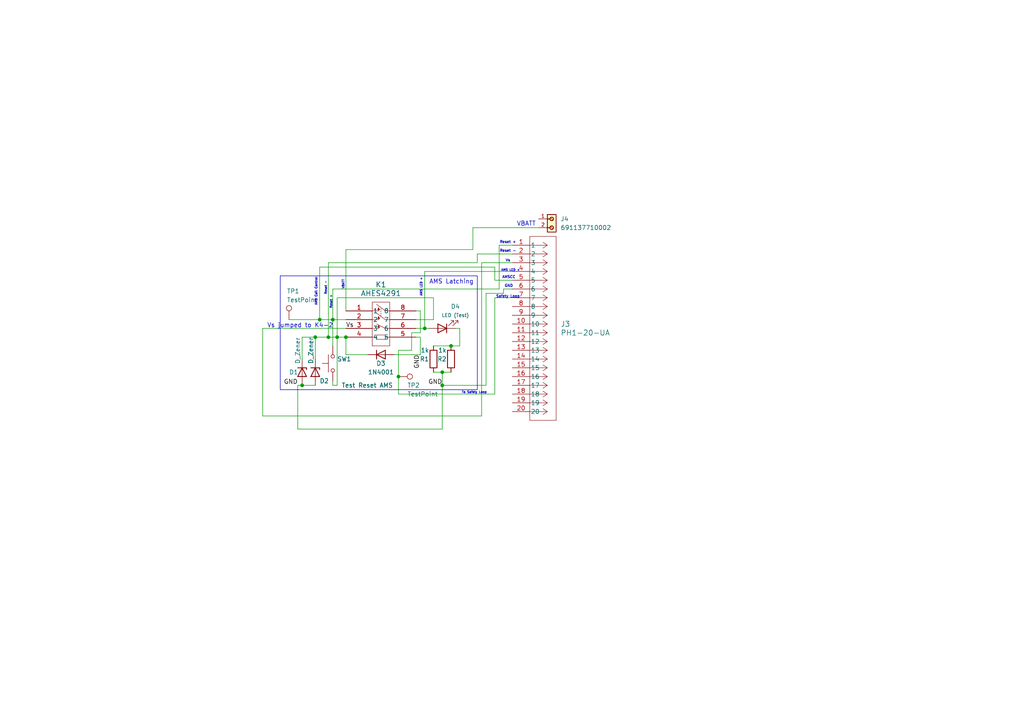
<source format=kicad_sch>
(kicad_sch (version 20231120) (generator "eeschema") (generator_version "8.0")
  (paper "A4")
  (lib_symbols
    (symbol "691137710002:691137710002" (pin_names (offset 1.016))
      (property "Reference" "J" (at -4.88 -0.922 0))
      (symbol "691137710002_0_0"
        (rectangle (start -3.81 -2.54) (end 1.27 0) (stroke (width 0.254)) (fill (type background)))
        (circle (center -2.54 -1.27) (radius 0.508) (stroke (width 0.254)))
        (circle (center 0 -1.27) (radius 0.508) (stroke (width 0.254)))
        (polyline (pts (xy -2.54 -1.778) (xy -2.54 -2.54)) (stroke (width 0.254)))
        (polyline (pts (xy -2.286 -1.016) (xy -2.794 -1.524)) (stroke (width 0.1524)))
        (polyline (pts (xy 0 -1.778) (xy 0 -2.54)) (stroke (width 0.254)))
        (polyline (pts (xy 0.254 -1.016) (xy -0.254 -1.524)) (stroke (width 0.1524)))
        (pin passive line (at -2.54 -5.08 90) (length 2.54) (name "~") (number "1"))
        (pin passive line (at 0 -5.08 90) (length 2.54) (name "~") (number "2"))
      )
    )
    (symbol "Connector:TestPoint" (pin_numbers hide) (pin_names (offset 0.762) hide)
      (property "Reference" "TP" (at 0 6.858 0))
      (property "Value" "TestPoint" (at 0 5.08 0))
      (symbol "TestPoint_0_1"
        (circle (center 0 3.302) (radius 0.762))
      )
      (symbol "TestPoint_1_1"
        (pin passive line (at 0 0 90) (length 2.54) (name "1") (number "1"))
      )
    )
    (symbol "Device:D_Zener" (pin_numbers hide) (pin_names (offset 1.016) hide)
      (property "Reference" "D" (at 0 2.54 0))
      (property "Value" "D_Zener" (at 0 -2.54 0))
      (symbol "D_Zener_0_1"
        (polyline (pts (xy 1.27 0) (xy -1.27 0)))
        (polyline (pts (xy -1.27 -1.27) (xy -1.27 1.27) (xy -0.762 1.27)) (stroke (width 0.254)))
        (polyline (pts (xy 1.27 -1.27) (xy 1.27 1.27) (xy -1.27 0) (xy 1.27 -1.27)) (stroke (width 0.254)))
      )
      (symbol "D_Zener_1_1"
        (pin passive line (at -3.81 0 0) (length 2.54) (name "K") (number "1"))
        (pin passive line (at 3.81 0 180) (length 2.54) (name "A") (number "2"))
      )
    )
    (symbol "Device:LED" (pin_numbers hide) (pin_names (offset 1.016) hide)
      (property "Reference" "D" (at 0 2.54 0))
      (property "Value" "LED" (at 0 -2.54 0))
      (symbol "LED_0_1"
        (polyline (pts (xy -1.27 -1.27) (xy -1.27 1.27)) (stroke (width 0.254)))
        (polyline (pts (xy -1.27 0) (xy 1.27 0)))
        (polyline (pts (xy 1.27 -1.27) (xy 1.27 1.27) (xy -1.27 0) (xy 1.27 -1.27)) (stroke (width 0.254)))
        (polyline (pts (xy -3.048 -0.762) (xy -4.572 -2.286) (xy -3.81 -2.286) (xy -4.572 -2.286) (xy -4.572 -1.524)))
        (polyline (pts (xy -1.778 -0.762) (xy -3.302 -2.286) (xy -2.54 -2.286) (xy -3.302 -2.286) (xy -3.302 -1.524)))
      )
      (symbol "LED_1_1"
        (pin passive line (at -3.81 0 0) (length 2.54) (name "K") (number "1"))
        (pin passive line (at 3.81 0 180) (length 2.54) (name "A") (number "2"))
      )
    )
    (symbol "Device:R" (pin_numbers hide) (pin_names (offset 0))
      (property "Reference" "R" (at 2.032 0 90))
      (property "Value" "R" (at 0 0 90))
      (symbol "R_0_1"
        (rectangle (start -1.016 -2.54) (end 1.016 2.54) (stroke (width 0.254)))
      )
      (symbol "R_1_1"
        (pin passive line (at 0 3.81 270) (length 1.27) (name "~") (number "1"))
        (pin passive line (at 0 -3.81 90) (length 1.27) (name "~") (number "2"))
      )
    )
    (symbol "Diode:1N4001" (pin_numbers hide) (pin_names hide)
      (property "Reference" "D" (at 0 2.54 0))
      (property "Value" "1N4001" (at 0 -2.54 0))
      (symbol "1N4001_0_1"
        (polyline (pts (xy -1.27 1.27) (xy -1.27 -1.27)) (stroke (width 0.254)))
        (polyline (pts (xy 1.27 0) (xy -1.27 0)))
        (polyline (pts (xy 1.27 1.27) (xy 1.27 -1.27) (xy -1.27 0) (xy 1.27 1.27)) (stroke (width 0.254)))
      )
      (symbol "1N4001_1_1"
        (pin passive line (at -3.81 0 0) (length 2.54) (name "K") (number "1"))
        (pin passive line (at 3.81 0 180) (length 2.54) (name "A") (number "2"))
      )
    )
    (symbol "PH1-20-UA:PH1-20-UA" (pin_names (offset 0.254))
      (property "Reference" "J" (at 8.89 6.35 0))
      (property "Value" "PH1-20-UA" (at 0 0 0))
      (symbol "PH1-20-UA_1_1"
        (polyline (pts (xy 5.08 -50.8) (xy 12.7 -50.8)) (stroke (width 0.127)))
        (polyline (pts (xy 5.08 2.54) (xy 5.08 -50.8)) (stroke (width 0.127)))
        (polyline (pts (xy 10.16 -48.26) (xy 5.08 -48.26)) (stroke (width 0.127)))
        (polyline (pts (xy 10.16 -48.26) (xy 8.89 -49.1067)) (stroke (width 0.127)))
        (polyline (pts (xy 10.16 -48.26) (xy 8.89 -47.4133)) (stroke (width 0.127)))
        (polyline (pts (xy 10.16 -45.72) (xy 5.08 -45.72)) (stroke (width 0.127)))
        (polyline (pts (xy 10.16 -45.72) (xy 8.89 -46.5667)) (stroke (width 0.127)))
        (polyline (pts (xy 10.16 -45.72) (xy 8.89 -44.8733)) (stroke (width 0.127)))
        (polyline (pts (xy 10.16 -43.18) (xy 5.08 -43.18)) (stroke (width 0.127)))
        (polyline (pts (xy 10.16 -43.18) (xy 8.89 -44.0267)) (stroke (width 0.127)))
        (polyline (pts (xy 10.16 -43.18) (xy 8.89 -42.3333)) (stroke (width 0.127)))
        (polyline (pts (xy 10.16 -40.64) (xy 5.08 -40.64)) (stroke (width 0.127)))
        (polyline (pts (xy 10.16 -40.64) (xy 8.89 -41.4867)) (stroke (width 0.127)))
        (polyline (pts (xy 10.16 -40.64) (xy 8.89 -39.7933)) (stroke (width 0.127)))
        (polyline (pts (xy 10.16 -38.1) (xy 5.08 -38.1)) (stroke (width 0.127)))
        (polyline (pts (xy 10.16 -38.1) (xy 8.89 -38.9467)) (stroke (width 0.127)))
        (polyline (pts (xy 10.16 -38.1) (xy 8.89 -37.2533)) (stroke (width 0.127)))
        (polyline (pts (xy 10.16 -35.56) (xy 5.08 -35.56)) (stroke (width 0.127)))
        (polyline (pts (xy 10.16 -35.56) (xy 8.89 -36.4067)) (stroke (width 0.127)))
        (polyline (pts (xy 10.16 -35.56) (xy 8.89 -34.7133)) (stroke (width 0.127)))
        (polyline (pts (xy 10.16 -33.02) (xy 5.08 -33.02)) (stroke (width 0.127)))
        (polyline (pts (xy 10.16 -33.02) (xy 8.89 -33.8667)) (stroke (width 0.127)))
        (polyline (pts (xy 10.16 -33.02) (xy 8.89 -32.1733)) (stroke (width 0.127)))
        (polyline (pts (xy 10.16 -30.48) (xy 5.08 -30.48)) (stroke (width 0.127)))
        (polyline (pts (xy 10.16 -30.48) (xy 8.89 -31.3267)) (stroke (width 0.127)))
        (polyline (pts (xy 10.16 -30.48) (xy 8.89 -29.6333)) (stroke (width 0.127)))
        (polyline (pts (xy 10.16 -27.94) (xy 5.08 -27.94)) (stroke (width 0.127)))
        (polyline (pts (xy 10.16 -27.94) (xy 8.89 -28.7867)) (stroke (width 0.127)))
        (polyline (pts (xy 10.16 -27.94) (xy 8.89 -27.0933)) (stroke (width 0.127)))
        (polyline (pts (xy 10.16 -25.4) (xy 5.08 -25.4)) (stroke (width 0.127)))
        (polyline (pts (xy 10.16 -25.4) (xy 8.89 -26.2467)) (stroke (width 0.127)))
        (polyline (pts (xy 10.16 -25.4) (xy 8.89 -24.5533)) (stroke (width 0.127)))
        (polyline (pts (xy 10.16 -22.86) (xy 5.08 -22.86)) (stroke (width 0.127)))
        (polyline (pts (xy 10.16 -22.86) (xy 8.89 -23.7067)) (stroke (width 0.127)))
        (polyline (pts (xy 10.16 -22.86) (xy 8.89 -22.0133)) (stroke (width 0.127)))
        (polyline (pts (xy 10.16 -20.32) (xy 5.08 -20.32)) (stroke (width 0.127)))
        (polyline (pts (xy 10.16 -20.32) (xy 8.89 -21.1667)) (stroke (width 0.127)))
        (polyline (pts (xy 10.16 -20.32) (xy 8.89 -19.4733)) (stroke (width 0.127)))
        (polyline (pts (xy 10.16 -17.78) (xy 5.08 -17.78)) (stroke (width 0.127)))
        (polyline (pts (xy 10.16 -17.78) (xy 8.89 -18.6267)) (stroke (width 0.127)))
        (polyline (pts (xy 10.16 -17.78) (xy 8.89 -16.9333)) (stroke (width 0.127)))
        (polyline (pts (xy 10.16 -15.24) (xy 5.08 -15.24)) (stroke (width 0.127)))
        (polyline (pts (xy 10.16 -15.24) (xy 8.89 -16.0867)) (stroke (width 0.127)))
        (polyline (pts (xy 10.16 -15.24) (xy 8.89 -14.3933)) (stroke (width 0.127)))
        (polyline (pts (xy 10.16 -12.7) (xy 5.08 -12.7)) (stroke (width 0.127)))
        (polyline (pts (xy 10.16 -12.7) (xy 8.89 -13.5467)) (stroke (width 0.127)))
        (polyline (pts (xy 10.16 -12.7) (xy 8.89 -11.8533)) (stroke (width 0.127)))
        (polyline (pts (xy 10.16 -10.16) (xy 5.08 -10.16)) (stroke (width 0.127)))
        (polyline (pts (xy 10.16 -10.16) (xy 8.89 -11.0067)) (stroke (width 0.127)))
        (polyline (pts (xy 10.16 -10.16) (xy 8.89 -9.3133)) (stroke (width 0.127)))
        (polyline (pts (xy 10.16 -7.62) (xy 5.08 -7.62)) (stroke (width 0.127)))
        (polyline (pts (xy 10.16 -7.62) (xy 8.89 -8.4667)) (stroke (width 0.127)))
        (polyline (pts (xy 10.16 -7.62) (xy 8.89 -6.7733)) (stroke (width 0.127)))
        (polyline (pts (xy 10.16 -5.08) (xy 5.08 -5.08)) (stroke (width 0.127)))
        (polyline (pts (xy 10.16 -5.08) (xy 8.89 -5.9267)) (stroke (width 0.127)))
        (polyline (pts (xy 10.16 -5.08) (xy 8.89 -4.2333)) (stroke (width 0.127)))
        (polyline (pts (xy 10.16 -2.54) (xy 5.08 -2.54)) (stroke (width 0.127)))
        (polyline (pts (xy 10.16 -2.54) (xy 8.89 -3.3867)) (stroke (width 0.127)))
        (polyline (pts (xy 10.16 -2.54) (xy 8.89 -1.6933)) (stroke (width 0.127)))
        (polyline (pts (xy 10.16 0) (xy 5.08 0)) (stroke (width 0.127)))
        (polyline (pts (xy 10.16 0) (xy 8.89 -0.8467)) (stroke (width 0.127)))
        (polyline (pts (xy 10.16 0) (xy 8.89 0.8467)) (stroke (width 0.127)))
        (polyline (pts (xy 12.7 -50.8) (xy 12.7 2.54)) (stroke (width 0.127)))
        (polyline (pts (xy 12.7 2.54) (xy 5.08 2.54)) (stroke (width 0.127)))
        (pin unspecified line (at 0 0 0) (length 5.08) (name "1") (number "1"))
        (pin unspecified line (at 0 -22.86 0) (length 5.08) (name "10") (number "10"))
        (pin unspecified line (at 0 -25.4 0) (length 5.08) (name "11") (number "11"))
        (pin unspecified line (at 0 -27.94 0) (length 5.08) (name "12") (number "12"))
        (pin unspecified line (at 0 -30.48 0) (length 5.08) (name "13") (number "13"))
        (pin unspecified line (at 0 -33.02 0) (length 5.08) (name "14") (number "14"))
        (pin unspecified line (at 0 -35.56 0) (length 5.08) (name "15") (number "15"))
        (pin unspecified line (at 0 -38.1 0) (length 5.08) (name "16") (number "16"))
        (pin unspecified line (at 0 -40.64 0) (length 5.08) (name "17") (number "17"))
        (pin unspecified line (at 0 -43.18 0) (length 5.08) (name "18") (number "18"))
        (pin unspecified line (at 0 -45.72 0) (length 5.08) (name "19") (number "19"))
        (pin unspecified line (at 0 -2.54 0) (length 5.08) (name "2") (number "2"))
        (pin unspecified line (at 0 -48.26 0) (length 5.08) (name "20") (number "20"))
        (pin unspecified line (at 0 -5.08 0) (length 5.08) (name "3") (number "3"))
        (pin unspecified line (at 0 -7.62 0) (length 5.08) (name "4") (number "4"))
        (pin unspecified line (at 0 -10.16 0) (length 5.08) (name "5") (number "5"))
        (pin unspecified line (at 0 -12.7 0) (length 5.08) (name "6") (number "6"))
        (pin unspecified line (at 0 -15.24 0) (length 5.08) (name "7") (number "7"))
        (pin unspecified line (at 0 -17.78 0) (length 5.08) (name "8") (number "8"))
        (pin unspecified line (at 0 -20.32 0) (length 5.08) (name "9") (number "9"))
      )
      (symbol "PH1-20-UA_1_2"
        (polyline (pts (xy 5.08 -50.8) (xy 12.7 -50.8)) (stroke (width 0.127)))
        (polyline (pts (xy 5.08 2.54) (xy 5.08 -50.8)) (stroke (width 0.127)))
        (polyline (pts (xy 7.62 -48.26) (xy 5.08 -48.26)) (stroke (width 0.127)))
        (polyline (pts (xy 7.62 -48.26) (xy 8.89 -49.1067)) (stroke (width 0.127)))
        (polyline (pts (xy 7.62 -48.26) (xy 8.89 -47.4133)) (stroke (width 0.127)))
        (polyline (pts (xy 7.62 -45.72) (xy 5.08 -45.72)) (stroke (width 0.127)))
        (polyline (pts (xy 7.62 -45.72) (xy 8.89 -46.5667)) (stroke (width 0.127)))
        (polyline (pts (xy 7.62 -45.72) (xy 8.89 -44.8733)) (stroke (width 0.127)))
        (polyline (pts (xy 7.62 -43.18) (xy 5.08 -43.18)) (stroke (width 0.127)))
        (polyline (pts (xy 7.62 -43.18) (xy 8.89 -44.0267)) (stroke (width 0.127)))
        (polyline (pts (xy 7.62 -43.18) (xy 8.89 -42.3333)) (stroke (width 0.127)))
        (polyline (pts (xy 7.62 -40.64) (xy 5.08 -40.64)) (stroke (width 0.127)))
        (polyline (pts (xy 7.62 -40.64) (xy 8.89 -41.4867)) (stroke (width 0.127)))
        (polyline (pts (xy 7.62 -40.64) (xy 8.89 -39.7933)) (stroke (width 0.127)))
        (polyline (pts (xy 7.62 -38.1) (xy 5.08 -38.1)) (stroke (width 0.127)))
        (polyline (pts (xy 7.62 -38.1) (xy 8.89 -38.9467)) (stroke (width 0.127)))
        (polyline (pts (xy 7.62 -38.1) (xy 8.89 -37.2533)) (stroke (width 0.127)))
        (polyline (pts (xy 7.62 -35.56) (xy 5.08 -35.56)) (stroke (width 0.127)))
        (polyline (pts (xy 7.62 -35.56) (xy 8.89 -36.4067)) (stroke (width 0.127)))
        (polyline (pts (xy 7.62 -35.56) (xy 8.89 -34.7133)) (stroke (width 0.127)))
        (polyline (pts (xy 7.62 -33.02) (xy 5.08 -33.02)) (stroke (width 0.127)))
        (polyline (pts (xy 7.62 -33.02) (xy 8.89 -33.8667)) (stroke (width 0.127)))
        (polyline (pts (xy 7.62 -33.02) (xy 8.89 -32.1733)) (stroke (width 0.127)))
        (polyline (pts (xy 7.62 -30.48) (xy 5.08 -30.48)) (stroke (width 0.127)))
        (polyline (pts (xy 7.62 -30.48) (xy 8.89 -31.3267)) (stroke (width 0.127)))
        (polyline (pts (xy 7.62 -30.48) (xy 8.89 -29.6333)) (stroke (width 0.127)))
        (polyline (pts (xy 7.62 -27.94) (xy 5.08 -27.94)) (stroke (width 0.127)))
        (polyline (pts (xy 7.62 -27.94) (xy 8.89 -28.7867)) (stroke (width 0.127)))
        (polyline (pts (xy 7.62 -27.94) (xy 8.89 -27.0933)) (stroke (width 0.127)))
        (polyline (pts (xy 7.62 -25.4) (xy 5.08 -25.4)) (stroke (width 0.127)))
        (polyline (pts (xy 7.62 -25.4) (xy 8.89 -26.2467)) (stroke (width 0.127)))
        (polyline (pts (xy 7.62 -25.4) (xy 8.89 -24.5533)) (stroke (width 0.127)))
        (polyline (pts (xy 7.62 -22.86) (xy 5.08 -22.86)) (stroke (width 0.127)))
        (polyline (pts (xy 7.62 -22.86) (xy 8.89 -23.7067)) (stroke (width 0.127)))
        (polyline (pts (xy 7.62 -22.86) (xy 8.89 -22.0133)) (stroke (width 0.127)))
        (polyline (pts (xy 7.62 -20.32) (xy 5.08 -20.32)) (stroke (width 0.127)))
        (polyline (pts (xy 7.62 -20.32) (xy 8.89 -21.1667)) (stroke (width 0.127)))
        (polyline (pts (xy 7.62 -20.32) (xy 8.89 -19.4733)) (stroke (width 0.127)))
        (polyline (pts (xy 7.62 -17.78) (xy 5.08 -17.78)) (stroke (width 0.127)))
        (polyline (pts (xy 7.62 -17.78) (xy 8.89 -18.6267)) (stroke (width 0.127)))
        (polyline (pts (xy 7.62 -17.78) (xy 8.89 -16.9333)) (stroke (width 0.127)))
        (polyline (pts (xy 7.62 -15.24) (xy 5.08 -15.24)) (stroke (width 0.127)))
        (polyline (pts (xy 7.62 -15.24) (xy 8.89 -16.0867)) (stroke (width 0.127)))
        (polyline (pts (xy 7.62 -15.24) (xy 8.89 -14.3933)) (stroke (width 0.127)))
        (polyline (pts (xy 7.62 -12.7) (xy 5.08 -12.7)) (stroke (width 0.127)))
        (polyline (pts (xy 7.62 -12.7) (xy 8.89 -13.5467)) (stroke (width 0.127)))
        (polyline (pts (xy 7.62 -12.7) (xy 8.89 -11.8533)) (stroke (width 0.127)))
        (polyline (pts (xy 7.62 -10.16) (xy 5.08 -10.16)) (stroke (width 0.127)))
        (polyline (pts (xy 7.62 -10.16) (xy 8.89 -11.0067)) (stroke (width 0.127)))
        (polyline (pts (xy 7.62 -10.16) (xy 8.89 -9.3133)) (stroke (width 0.127)))
        (polyline (pts (xy 7.62 -7.62) (xy 5.08 -7.62)) (stroke (width 0.127)))
        (polyline (pts (xy 7.62 -7.62) (xy 8.89 -8.4667)) (stroke (width 0.127)))
        (polyline (pts (xy 7.62 -7.62) (xy 8.89 -6.7733)) (stroke (width 0.127)))
        (polyline (pts (xy 7.62 -5.08) (xy 5.08 -5.08)) (stroke (width 0.127)))
        (polyline (pts (xy 7.62 -5.08) (xy 8.89 -5.9267)) (stroke (width 0.127)))
        (polyline (pts (xy 7.62 -5.08) (xy 8.89 -4.2333)) (stroke (width 0.127)))
        (polyline (pts (xy 7.62 -2.54) (xy 5.08 -2.54)) (stroke (width 0.127)))
        (polyline (pts (xy 7.62 -2.54) (xy 8.89 -3.3867)) (stroke (width 0.127)))
        (polyline (pts (xy 7.62 -2.54) (xy 8.89 -1.6933)) (stroke (width 0.127)))
        (polyline (pts (xy 7.62 0) (xy 5.08 0)) (stroke (width 0.127)))
        (polyline (pts (xy 7.62 0) (xy 8.89 -0.8467)) (stroke (width 0.127)))
        (polyline (pts (xy 7.62 0) (xy 8.89 0.8467)) (stroke (width 0.127)))
        (polyline (pts (xy 12.7 -50.8) (xy 12.7 2.54)) (stroke (width 0.127)))
        (polyline (pts (xy 12.7 2.54) (xy 5.08 2.54)) (stroke (width 0.127)))
        (pin unspecified line (at 0 0 0) (length 5.08) (name "1") (number "1"))
        (pin unspecified line (at 0 -22.86 0) (length 5.08) (name "10") (number "10"))
        (pin unspecified line (at 0 -25.4 0) (length 5.08) (name "11") (number "11"))
        (pin unspecified line (at 0 -27.94 0) (length 5.08) (name "12") (number "12"))
        (pin unspecified line (at 0 -30.48 0) (length 5.08) (name "13") (number "13"))
        (pin unspecified line (at 0 -33.02 0) (length 5.08) (name "14") (number "14"))
        (pin unspecified line (at 0 -35.56 0) (length 5.08) (name "15") (number "15"))
        (pin unspecified line (at 0 -38.1 0) (length 5.08) (name "16") (number "16"))
        (pin unspecified line (at 0 -40.64 0) (length 5.08) (name "17") (number "17"))
        (pin unspecified line (at 0 -43.18 0) (length 5.08) (name "18") (number "18"))
        (pin unspecified line (at 0 -45.72 0) (length 5.08) (name "19") (number "19"))
        (pin unspecified line (at 0 -2.54 0) (length 5.08) (name "2") (number "2"))
        (pin unspecified line (at 0 -48.26 0) (length 5.08) (name "20") (number "20"))
        (pin unspecified line (at 0 -5.08 0) (length 5.08) (name "3") (number "3"))
        (pin unspecified line (at 0 -7.62 0) (length 5.08) (name "4") (number "4"))
        (pin unspecified line (at 0 -10.16 0) (length 5.08) (name "5") (number "5"))
        (pin unspecified line (at 0 -12.7 0) (length 5.08) (name "6") (number "6"))
        (pin unspecified line (at 0 -15.24 0) (length 5.08) (name "7") (number "7"))
        (pin unspecified line (at 0 -17.78 0) (length 5.08) (name "8") (number "8"))
        (pin unspecified line (at 0 -20.32 0) (length 5.08) (name "9") (number "9"))
      )
    )
    (symbol "Relay:AHES4291" (pin_names (offset 0.254))
      (property "Reference" "K" (at 10.16 7.62 0))
      (property "Value" "AHES4291" (at 10.16 5.08 0))
      (symbol "AHES4291_0_1"
        (polyline (pts (xy 7.62 -10.16) (xy 12.7 -10.16)) (stroke (width 0.127)))
        (polyline (pts (xy 7.62 -7.62) (xy 8.89 -7.62)) (stroke (width 0.127)))
        (polyline (pts (xy 7.62 -5.08) (xy 9.525 -5.08)) (stroke (width 0.127)))
        (polyline (pts (xy 7.62 -2.54) (xy 9.525 -2.54)) (stroke (width 0.127)))
        (polyline (pts (xy 7.62 0) (xy 9.525 0)) (stroke (width 0.127)))
        (polyline (pts (xy 7.62 2.54) (xy 7.62 -10.16)) (stroke (width 0.127)))
        (polyline (pts (xy 8.89 -8.255) (xy 11.43 -8.255)) (stroke (width 0.127)))
        (polyline (pts (xy 8.89 -6.985) (xy 8.89 -8.255)) (stroke (width 0.127)))
        (polyline (pts (xy 8.89 -3.81) (xy 11.43 -5.08)) (stroke (width 0.127)))
        (polyline (pts (xy 8.89 -0.635) (xy 11.43 -2.54)) (stroke (width 0.127)))
        (polyline (pts (xy 8.89 1.905) (xy 11.43 0)) (stroke (width 0.127)))
        (polyline (pts (xy 9.525 -4.445) (xy 9.525 -5.08)) (stroke (width 0.127)))
        (polyline (pts (xy 9.525 -1.905) (xy 9.525 -2.54)) (stroke (width 0.127)))
        (polyline (pts (xy 9.525 0.635) (xy 9.525 0)) (stroke (width 0.127)))
        (polyline (pts (xy 10.16 -1.5875) (xy 10.16 -1.27)) (stroke (width 0.127)))
        (polyline (pts (xy 10.16 -0.635) (xy 10.16 -0.9525)) (stroke (width 0.127)))
        (polyline (pts (xy 10.16 -0.3175) (xy 10.16 0)) (stroke (width 0.127)))
        (polyline (pts (xy 10.16 0.635) (xy 10.16 0.3175)) (stroke (width 0.127)))
        (polyline (pts (xy 11.43 -8.255) (xy 11.43 -6.985)) (stroke (width 0.127)))
        (polyline (pts (xy 11.43 -6.985) (xy 8.89 -6.985)) (stroke (width 0.127)))
        (polyline (pts (xy 11.43 -5.08) (xy 12.7 -5.08)) (stroke (width 0.127)))
        (polyline (pts (xy 11.43 -2.54) (xy 12.7 -2.54)) (stroke (width 0.127)))
        (polyline (pts (xy 11.43 0) (xy 12.7 0)) (stroke (width 0.127)))
        (polyline (pts (xy 12.7 -10.16) (xy 12.7 2.54)) (stroke (width 0.127)))
        (polyline (pts (xy 12.7 -7.62) (xy 11.43 -7.62)) (stroke (width 0.127)))
        (polyline (pts (xy 12.7 2.54) (xy 7.62 2.54)) (stroke (width 0.127)))
        (polyline (pts (xy 9.525 -4.1275) (xy 9.2075 -4.7625) (xy 9.8425 -4.7625)) (fill (type outline)))
        (polyline (pts (xy 9.525 -1.5875) (xy 9.2075 -2.2225) (xy 9.8425 -2.2225)) (fill (type outline)))
        (polyline (pts (xy 9.525 0.9525) (xy 9.2075 0.3175) (xy 9.8425 0.3175)) (fill (type outline)))
        (pin unspecified line (at 0 0 0) (length 7.62) (name "1") (number "1"))
        (pin unspecified line (at 0 -2.54 0) (length 7.62) (name "2") (number "2"))
        (pin unspecified line (at 0 -5.08 0) (length 7.62) (name "3") (number "3"))
        (pin unspecified line (at 0 -7.62 0) (length 7.62) (name "4") (number "4"))
        (pin unspecified line (at 20.32 -7.62 180) (length 7.62) (name "5") (number "5"))
        (pin unspecified line (at 20.32 -5.08 180) (length 7.62) (name "6") (number "6"))
        (pin unspecified line (at 20.32 -2.54 180) (length 7.62) (name "7") (number "7"))
        (pin unspecified line (at 20.32 0 180) (length 7.62) (name "8") (number "8"))
      )
    )
    (symbol "Switch:SW_Push" (pin_numbers hide) (pin_names (offset 1.016) hide)
      (property "Reference" "SW" (at 1.27 2.54 0))
      (property "Value" "SW_Push" (at 0 -1.524 0))
      (symbol "SW_Push_0_1"
        (circle (center -2.032 0) (radius 0.508))
        (polyline (pts (xy 0 1.27) (xy 0 3.048)))
        (polyline (pts (xy 2.54 1.27) (xy -2.54 1.27)))
        (circle (center 2.032 0) (radius 0.508))
        (pin passive line (at -5.08 0 0) (length 2.54) (name "1") (number "1"))
        (pin passive line (at 5.08 0 180) (length 2.54) (name "2") (number "2"))
      )
    )
  )
  (junction (at 92.71 92.71))
  (junction (at 96.52 92.71))
  (junction (at 130.81 100.33))
  (junction (at 87.63 111.76))
  (junction (at 128.27 107.95))
  (junction (at 100.33 97.79))
  (junction (at 95.25 97.79))
  (junction (at 97.79 97.79))
  (junction (at 91.44 97.79))
  (junction (at 115.57 109.22))
  (junction (at 123.19 95.25))
  (junction (at 128.27 111.76))
  (wire (pts (xy 96.52 92.71) (xy 100.33 92.71)))
  (wire (pts (xy 91.44 97.79) (xy 91.44 104.14)))
  (wire (pts (xy 87.63 97.79) (xy 91.44 97.79)))
  (wire (pts (xy 137.16 72.39) (xy 137.16 66.04)))
  (wire (pts (xy 87.63 111.76) (xy 91.44 111.76)))
  (wire (pts (xy 125.73 100.33) (xy 130.81 100.33)))
  (wire (pts (xy 123.19 78.74) (xy 123.19 95.25)))
  (wire (pts (xy 97.79 97.79) (xy 100.33 97.79)))
  (wire (pts (xy 114.3 102.87) (xy 121.92 102.87)))
  (wire (pts (xy 119.38 96.52) (xy 119.38 101.6)))
  (wire (pts (xy 100.33 90.17) (xy 100.33 72.39)))
  (wire (pts (xy 138.43 76.2) (xy 138.43 73.66)))
  (wire (pts (xy 125.73 86.36) (xy 97.79 86.36)))
  (wire (pts (xy 123.19 78.74) (xy 148.59 78.74)))
  (wire (pts (xy 144.78 83.82) (xy 96.52 83.82)))
  (wire (pts (xy 76.2 120.65) (xy 139.7 120.65)))
  (wire (pts (xy 120.65 97.79) (xy 121.92 97.79)))
  (wire (pts (xy 144.78 71.12) (xy 148.59 71.12)))
  (wire (pts (xy 100.33 95.25) (xy 76.2 95.25)))
  (wire (pts (xy 96.52 83.82) (xy 96.52 92.71)))
  (wire (pts (xy 97.79 97.79) (xy 95.25 97.79)))
  (wire (pts (xy 86.36 111.76) (xy 86.36 124.46)))
  (wire (pts (xy 97.79 97.79) (xy 97.79 111.76)))
  (wire (pts (xy 92.71 92.71) (xy 96.52 92.71)))
  (wire (pts (xy 120.65 92.71) (xy 125.73 92.71)))
  (wire (pts (xy 139.7 76.2) (xy 139.7 120.65)))
  (wire (pts (xy 96.52 92.71) (xy 96.52 100.33)))
  (wire (pts (xy 92.71 77.47) (xy 143.51 77.47)))
  (wire (pts (xy 100.33 97.79) (xy 100.33 102.87)))
  (wire (pts (xy 140.97 111.76) (xy 140.97 85.09)))
  (wire (pts (xy 92.71 77.47) (xy 92.71 92.71)))
  (wire (pts (xy 95.25 76.2) (xy 95.25 97.79)))
  (wire (pts (xy 120.65 95.25) (xy 123.19 95.25)))
  (wire (pts (xy 137.16 66.04) (xy 156.21 66.04)))
  (wire (pts (xy 130.81 100.33) (xy 133.35 100.33)))
  (wire (pts (xy 121.92 90.17) (xy 121.92 96.52)))
  (wire (pts (xy 96.52 111.76) (xy 96.52 110.49)))
  (wire (pts (xy 140.97 85.09) (xy 146.05 85.09)))
  (wire (pts (xy 121.92 97.79) (xy 121.92 102.87)))
  (wire (pts (xy 128.27 111.76) (xy 128.27 124.46)))
  (wire (pts (xy 128.27 107.95) (xy 128.27 111.76)))
  (wire (pts (xy 83.82 92.71) (xy 92.71 92.71)))
  (wire (pts (xy 115.57 109.22) (xy 115.57 114.3)))
  (wire (pts (xy 86.36 124.46) (xy 128.27 124.46)))
  (wire (pts (xy 132.08 95.25) (xy 133.35 95.25)))
  (wire (pts (xy 128.27 107.95) (xy 125.73 107.95)))
  (wire (pts (xy 120.65 90.17) (xy 121.92 90.17)))
  (wire (pts (xy 146.05 83.82) (xy 148.59 83.82)))
  (wire (pts (xy 130.81 107.95) (xy 128.27 107.95)))
  (wire (pts (xy 97.79 111.76) (xy 96.52 111.76)))
  (wire (pts (xy 143.51 86.36) (xy 148.59 86.36)))
  (wire (pts (xy 115.57 114.3) (xy 143.51 114.3)))
  (wire (pts (xy 97.79 86.36) (xy 97.79 97.79)))
  (wire (pts (xy 128.27 111.76) (xy 140.97 111.76)))
  (wire (pts (xy 76.2 95.25) (xy 76.2 120.65)))
  (wire (pts (xy 121.92 96.52) (xy 119.38 96.52)))
  (wire (pts (xy 143.51 81.28) (xy 148.59 81.28)))
  (wire (pts (xy 143.51 77.47) (xy 143.51 81.28)))
  (wire (pts (xy 86.36 111.76) (xy 87.63 111.76)))
  (wire (pts (xy 123.19 95.25) (xy 124.46 95.25)))
  (wire (pts (xy 146.05 85.09) (xy 146.05 83.82)))
  (wire (pts (xy 87.63 104.14) (xy 87.63 97.79)))
  (wire (pts (xy 91.44 97.79) (xy 95.25 97.79)))
  (wire (pts (xy 100.33 72.39) (xy 137.16 72.39)))
  (wire (pts (xy 125.73 92.71) (xy 125.73 86.36)))
  (wire (pts (xy 138.43 73.66) (xy 148.59 73.66)))
  (wire (pts (xy 100.33 102.87) (xy 106.68 102.87)))
  (wire (pts (xy 139.7 76.2) (xy 148.59 76.2)))
  (wire (pts (xy 143.51 114.3) (xy 143.51 86.36)))
  (wire (pts (xy 144.78 83.82) (xy 144.78 71.12)))
  (wire (pts (xy 115.57 101.6) (xy 115.57 109.22)))
  (wire (pts (xy 95.25 76.2) (xy 138.43 76.2)))
  (wire (pts (xy 119.38 101.6) (xy 115.57 101.6)))
  (wire (pts (xy 133.35 95.25) (xy 133.35 100.33)))
  (rectangle (start 81.28 80.01) (end 138.43 113.03))
  (text "VBATT" (at 152.654 65.024 0) (effects (font (size 1.27 1.27))))
  (text "VBATT" (at 99.568 82.55 90) (effects (font (size 0.635 0.635))))
  (text "AMS LED +" (at 148.082 78.486 0) (effects (font (size 0.635 0.635))))
  (text "Vs jumped to K4-2" (at 77.47 95.25 0) (effects (font (size 1.27 1.27)) (justify left bottom)))
  (text "To Safety Loop" (at 133.858 114.3 0) (effects (font (size 0.635 0.635)) (justify left bottom)))
  (text "Reset -" (at 147.32 72.898 0) (effects (font (size 0.762 0.762))))
  (text "Reset +" (at 147.32 70.358 0) (effects (font (size 0.762 0.762))))
  (text "AMS LED +" (at 122.174 83.312 90) (effects (font (size 0.635 0.635))))
  (text "Safety Loop" (at 147.32 86.106 0) (effects (font (size 0.762 0.762))))
  (text "Reset +" (at 96.012 87.63 90) (effects (font (size 0.635 0.635))))
  (text "Reset -" (at 94.488 83.566 90) (effects (font (size 0.635 0.635))))
  (text "GND" (at 147.574 83.058 0) (effects (font (size 0.762 0.762))))
  (text "Vs" (at 147.32 75.692 0) (effects (font (size 0.762 0.762))))
  (text "AMS Coil Control" (at 91.694 84.582 90) (effects (font (size 0.635 0.635))))
  (text "AMSCC" (at 147.574 80.518 0) (effects (font (size 0.762 0.762))))
  (text "AMS Latching" (at 124.46 82.55 0) (effects (font (size 1.27 1.27)) (justify left bottom)))
  (label "Vs" (at 100.33 95.25 0))
  (label "GND" (at 121.92 102.87 270))
  (label "GND" (at 86.36 111.76 180))
  (label "GND" (at 128.27 111.76 180))
  (symbol (lib_id "Device:LED") (at 128.27 95.25 180) (unit 1)
    (property "Reference" "D4" (at 132.08 88.9 0))
    (property "Value" "LED (Test)" (at 132.08 91.44 0) (effects (font (size 1 1))))
    (property "Footprint" "AP3216SYD:LED_AP3216SYD_KNB-L" (effects (hide yes)))
  )
  (symbol (lib_id "Diode:1N4001") (at 110.49 102.87 0) (unit 1)
    (property "Reference" "D3" (at 110.49 105.41 0))
    (property "Value" "1N4001" (at 110.49 107.95 0))
    (property "Footprint" "Diode_THT:D_DO-41_SOD81_P10.16mm_Horizontal" (effects (hide yes)))
    (property "Datasheet" "http://www.vishay.com/docs/88503/1n4001.pdf" (effects (hide yes)))
    (property "Sim.Device" "D" (effects (hide yes)))
    (property "Sim.Pins" "1=K 2=A" (effects (hide yes)))
  )
  (symbol (lib_id "691137710002:691137710002") (at 161.29 66.04 270) (unit 1)
    (property "Reference" "J4" (at 162.56 63.4999 90) (effects (justify left)))
    (property "Value" "691137710002" (at 162.56 66.0399 90) (effects (justify left)))
    (property "Footprint" "691137710002:691137710002" (effects (hide yes)))
    (property "WIRE" "12 to 30 (AWG) 3.31 to 0.05 (mm²)" (effects (hide yes)))
    (property "MOUNT" "THT" (effects (hide yes)))
    (property "IR-VDE" "24A" (effects (hide yes)))
    (property "IR-UL" "16A" (effects (hide yes)))
    (property "VALUE" "691137710002" (effects (hide yes)))
    (property "WORKING-VOLTAGE-UL" "300V(AC)" (effects (hide yes)))
    (property "PART-NUMBER" "691137710002" (effects (hide yes)))
    (property "DATASHEET-URL" "https://www.we-online.com/catalog/datasheet/691137710002.pdf" (effects (hide yes)))
    (property "PITCH" "5mm" (effects (hide yes)))
    (property "PINS" "2" (effects (hide yes)))
    (property "WORKING-VOLTAGE-VDE" "250V(AC)" (effects (hide yes)))
    (property "TYPE" "Horizontal" (effects (hide yes)))
  )
  (symbol (lib_id "Connector:TestPoint") (at 115.57 109.22 270) (unit 1)
    (property "Reference" "TP2" (at 118.11 111.76 90) (effects (justify left)))
    (property "Value" "TestPoint" (at 118.11 114.3 90) (effects (justify left)))
    (property "Footprint" "TestPoint:TestPoint_Loop_D2.60mm_Drill1.6mm_Beaded" (effects (hide yes)))
  )
  (symbol (lib_id "Device:R") (at 130.81 104.14 180) (unit 1)
    (property "Reference" "R2" (at 129.54 104.14 0) (effects (justify left)))
    (property "Value" "1k" (at 129.54 101.6 0) (effects (justify left)))
    (property "Footprint" "RMCF0603FT1K00:RESC1508X55N" (effects (hide yes)))
  )
  (symbol (lib_id "Switch:SW_Push") (at 96.52 105.41 90) (unit 1)
    (property "Reference" "SW1" (at 97.79 104.14 90) (effects (justify right)))
    (property "Value" "Test Reset AMS" (at 99.06 111.76 90) (effects (justify right)))
    (property "Footprint" "1825910-6:SW4_1825910-B_TEC" (effects (hide yes)))
  )
  (symbol (lib_id "Relay:AHES4291") (at 100.33 90.17 0) (unit 1)
    (property "Reference" "K1" (at 110.49 82.55 0) (effects (font (size 1.524 1.524))))
    (property "Value" "AHES4291" (at 110.49 85.09 0) (effects (font (size 1.524 1.524))))
    (property "Footprint" "AHES4291:AHES4_PAN" (effects (hide yes)))
    (property "Datasheet" "AHES4291" (effects (hide yes)))
  )
  (symbol (lib_id "PH1-20-UA:PH1-20-UA") (at 148.59 71.12 0) (unit 1)
    (property "Reference" "J3" (at 162.56 93.9799 0) (effects (font (size 1.524 1.524)) (justify left)))
    (property "Value" "PH1-20-UA" (at 162.56 96.5199 0) (effects (font (size 1.524 1.524)) (justify left)))
    (property "Footprint" "PH1-20-UA:CONN_PH1-20-UA_ADM" (effects (hide yes)))
    (property "Datasheet" "PH1-20-UA" (effects (hide yes)))
  )
  (symbol (lib_id "Device:R") (at 125.73 104.14 180) (unit 1)
    (property "Reference" "R1" (at 124.46 104.14 0) (effects (justify left)))
    (property "Value" "1k" (at 124.46 101.6 0) (effects (justify left)))
    (property "Footprint" "RMCF0603FT1K00:RESC1508X55N" (effects (hide yes)))
  )
  (symbol (lib_id "Device:D_Zener") (at 87.63 107.95 270) (unit 1)
    (property "Reference" "D1" (at 83.82 107.95 90) (effects (justify left)))
    (property "Value" "D_Zener" (at 86.36 97.79 0) (effects (justify left)))
    (property "Footprint" "RMCF0603FT1K00:RESC1508X55N" (effects (hide yes)))
  )
  (symbol (lib_id "Connector:TestPoint") (at 83.82 92.71 0) (unit 1)
    (property "Reference" "TP1" (at 83.185 84.455 0) (effects (justify left)))
    (property "Value" "TestPoint" (at 83.185 86.995 0) (effects (justify left)))
    (property "Footprint" "TestPoint:TestPoint_Loop_D2.60mm_Drill1.6mm_Beaded" (effects (hide yes)))
  )
  (symbol (lib_id "Device:D_Zener") (at 91.44 107.95 270) (unit 1)
    (property "Reference" "D2" (at 92.71 110.49 90) (effects (justify left)))
    (property "Value" "D_Zener" (at 90.17 97.79 0) (effects (justify left)))
    (property "Footprint" "RMCF0603FT1K00:RESC1508X55N" (effects (hide yes)))
  )
)
</source>
